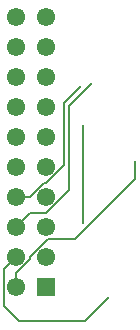
<source format=gbr>
G04*
G04 #@! TF.GenerationSoftware,Altium Limited,Altium Designer,24.10.1 (45)*
G04*
G04 Layer_Physical_Order=2*
G04 Layer_Color=16711680*
%FSLAX44Y44*%
%MOMM*%
G71*
G04*
G04 #@! TF.SameCoordinates,6C15008D-1AD3-4549-9602-DC6CD9F93784*
G04*
G04*
G04 #@! TF.FilePolarity,Positive*
G04*
G01*
G75*
%ADD26C,0.1600*%
%ADD27C,1.5500*%
%ADD28R,1.5500X1.5500*%
%ADD29C,0.2500*%
D26*
X80518Y518532D02*
X80654Y518668D01*
X80518Y436118D02*
Y518532D01*
X68818Y464506D02*
Y535322D01*
X87404Y553908D01*
X64516Y537924D02*
X78000Y551408D01*
X64516Y485604D02*
Y537924D01*
X48926Y444614D02*
X68818Y464506D01*
X73762Y423012D02*
X124460Y473710D01*
Y488184D01*
X124456Y488188D02*
X124460Y488184D01*
X26670Y353060D02*
X82322D01*
X101854Y372592D01*
X51112Y423012D02*
X73762D01*
X35420Y405708D02*
Y407320D01*
X23368Y393656D02*
X35420Y405708D01*
Y407320D02*
X51112Y423012D01*
X23368Y381762D02*
Y393656D01*
X13818Y365912D02*
X26670Y353060D01*
X13818Y365912D02*
Y397612D01*
X23368Y407162D01*
X35420Y444614D02*
X48926D01*
X23368Y432562D02*
X35420Y444614D01*
X35262Y457962D02*
X47314Y470014D01*
X23368Y457962D02*
X35262D01*
X48926Y470014D02*
X64516Y485604D01*
X47314Y470014D02*
X48926D01*
D27*
X48768Y534162D02*
D03*
X23368D02*
D03*
Y559562D02*
D03*
X48768D02*
D03*
X23368Y584962D02*
D03*
X48768D02*
D03*
X23368Y610362D02*
D03*
X48768D02*
D03*
X23368Y381762D02*
D03*
Y407162D02*
D03*
X48768D02*
D03*
X23368Y432562D02*
D03*
X48768D02*
D03*
X23368Y457962D02*
D03*
X48768D02*
D03*
Y508762D02*
D03*
Y483362D02*
D03*
X23368D02*
D03*
Y508762D02*
D03*
D28*
X48768Y381762D02*
D03*
D29*
X80654Y518668D02*
D03*
X87404Y553908D02*
D03*
X101854Y372592D02*
D03*
X124456Y488188D02*
D03*
X78000Y551408D02*
D03*
X80518Y436118D02*
D03*
M02*

</source>
